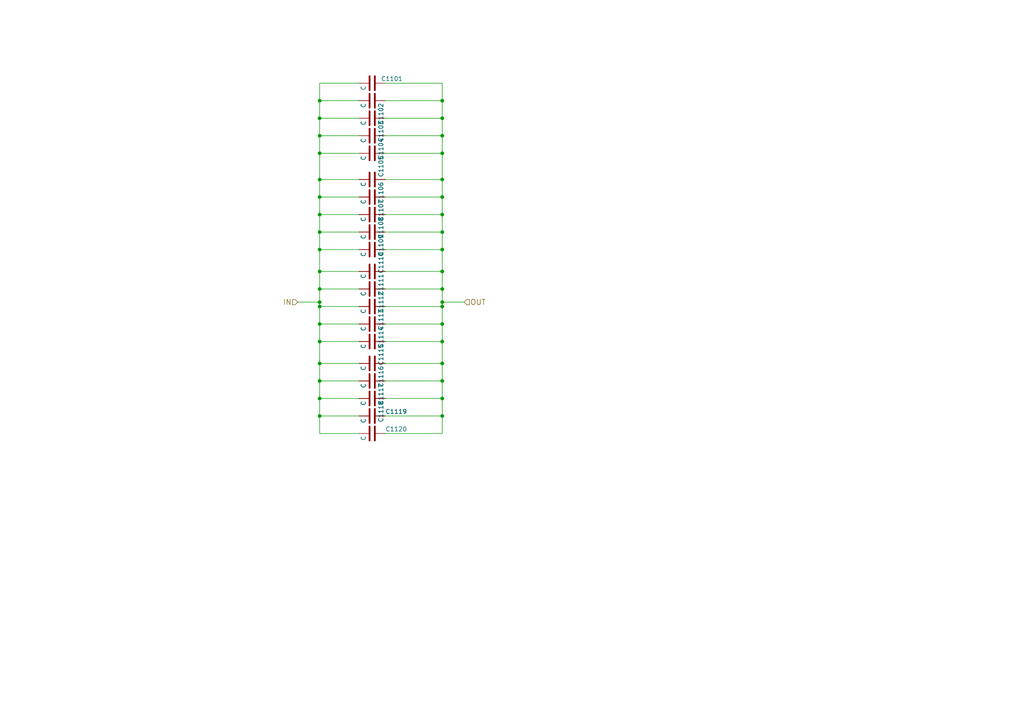
<source format=kicad_sch>
(kicad_sch (version 20250114) (generator "eeschema") (generator_version "9.0")
  (paper "A4")
  (lib_symbols
    (symbol "hoffmann_lna_v1-rescue:C" (pin_numbers (hide yes)) (pin_names (offset 0.254))
      (property "Reference" "C" (at 0.635 2.54 0))
      (property "Value" "C" (at 0.635 -2.54 0))
      (symbol "C_0_1"
        (polyline (pts (xy -2.032 0.762) (xy 2.032 0.762)) (stroke (width 0.508)))
        (polyline (pts (xy -2.032 -0.762) (xy 2.032 -0.762)) (stroke (width 0.508)))
      )
      (symbol "C_1_1"
        (pin passive line (at 0 3.81 270) (length 2.794) (name "~") (number "1"))
        (pin passive line (at 0 -3.81 90) (length 2.794) (name "~") (number "2"))
      )
    )
  )
  (junction (at 128.27 52.07))
  (junction (at 92.71 99.06))
  (junction (at 92.71 62.23))
  (junction (at 128.27 110.49))
  (junction (at 128.27 115.57))
  (junction (at 92.71 87.63))
  (junction (at 128.27 29.21))
  (junction (at 92.71 88.9))
  (junction (at 92.71 78.74))
  (junction (at 92.71 67.31))
  (junction (at 128.27 34.29))
  (junction (at 128.27 120.65))
  (junction (at 128.27 57.15))
  (junction (at 92.71 72.39))
  (junction (at 92.71 93.98))
  (junction (at 92.71 115.57))
  (junction (at 128.27 39.37))
  (junction (at 128.27 99.06))
  (junction (at 92.71 83.82))
  (junction (at 92.71 29.21))
  (junction (at 128.27 87.63))
  (junction (at 128.27 88.9))
  (junction (at 92.71 110.49))
  (junction (at 92.71 57.15))
  (junction (at 128.27 105.41))
  (junction (at 128.27 44.45))
  (junction (at 92.71 39.37))
  (junction (at 128.27 83.82))
  (junction (at 92.71 105.41))
  (junction (at 92.71 52.07))
  (junction (at 128.27 72.39))
  (junction (at 128.27 93.98))
  (junction (at 128.27 67.31))
  (junction (at 92.71 120.65))
  (junction (at 92.71 34.29))
  (junction (at 92.71 44.45))
  (junction (at 128.27 78.74))
  (junction (at 128.27 62.23))
  (wire (pts (xy 128.27 62.23) (xy 128.27 67.31)))
  (wire (pts (xy 111.76 62.23) (xy 128.27 62.23)))
  (wire (pts (xy 92.71 24.13) (xy 92.71 29.21)))
  (wire (pts (xy 111.76 57.15) (xy 128.27 57.15)))
  (wire (pts (xy 92.71 44.45) (xy 92.71 52.07)))
  (wire (pts (xy 104.14 34.29) (xy 92.71 34.29)))
  (wire (pts (xy 92.71 72.39) (xy 92.71 78.74)))
  (wire (pts (xy 92.71 110.49) (xy 92.71 115.57)))
  (wire (pts (xy 92.71 88.9) (xy 92.71 93.98)))
  (wire (pts (xy 111.76 39.37) (xy 128.27 39.37)))
  (wire (pts (xy 128.27 78.74) (xy 128.27 83.82)))
  (wire (pts (xy 128.27 39.37) (xy 128.27 44.45)))
  (wire (pts (xy 128.27 93.98) (xy 128.27 99.06)))
  (wire (pts (xy 128.27 44.45) (xy 128.27 52.07)))
  (wire (pts (xy 128.27 88.9) (xy 128.27 93.98)))
  (wire (pts (xy 104.14 120.65) (xy 92.71 120.65)))
  (wire (pts (xy 104.14 39.37) (xy 92.71 39.37)))
  (wire (pts (xy 104.14 67.31) (xy 92.71 67.31)))
  (wire (pts (xy 128.27 83.82) (xy 128.27 87.63)))
  (wire (pts (xy 104.14 115.57) (xy 92.71 115.57)))
  (wire (pts (xy 104.14 93.98) (xy 92.71 93.98)))
  (wire (pts (xy 104.14 105.41) (xy 92.71 105.41)))
  (wire (pts (xy 128.27 24.13) (xy 128.27 29.21)))
  (wire (pts (xy 128.27 125.73) (xy 111.76 125.73)))
  (wire (pts (xy 92.71 78.74) (xy 92.71 83.82)))
  (wire (pts (xy 104.14 78.74) (xy 92.71 78.74)))
  (wire (pts (xy 104.14 62.23) (xy 92.71 62.23)))
  (wire (pts (xy 92.71 87.63) (xy 92.71 88.9)))
  (wire (pts (xy 92.71 125.73) (xy 104.14 125.73)))
  (wire (pts (xy 104.14 52.07) (xy 92.71 52.07)))
  (wire (pts (xy 111.76 88.9) (xy 128.27 88.9)))
  (wire (pts (xy 111.76 67.31) (xy 128.27 67.31)))
  (wire (pts (xy 111.76 44.45) (xy 128.27 44.45)))
  (wire (pts (xy 111.76 52.07) (xy 128.27 52.07)))
  (wire (pts (xy 128.27 29.21) (xy 128.27 34.29)))
  (wire (pts (xy 111.76 115.57) (xy 128.27 115.57)))
  (wire (pts (xy 128.27 87.63) (xy 134.62 87.63)))
  (wire (pts (xy 128.27 34.29) (xy 128.27 39.37)))
  (wire (pts (xy 111.76 99.06) (xy 128.27 99.06)))
  (wire (pts (xy 111.76 24.13) (xy 128.27 24.13)))
  (wire (pts (xy 128.27 87.63) (xy 128.27 88.9)))
  (wire (pts (xy 128.27 115.57) (xy 128.27 120.65)))
  (wire (pts (xy 104.14 83.82) (xy 92.71 83.82)))
  (wire (pts (xy 111.76 29.21) (xy 128.27 29.21)))
  (wire (pts (xy 92.71 57.15) (xy 92.71 62.23)))
  (wire (pts (xy 104.14 57.15) (xy 92.71 57.15)))
  (wire (pts (xy 128.27 99.06) (xy 128.27 105.41)))
  (wire (pts (xy 92.71 62.23) (xy 92.71 67.31)))
  (wire (pts (xy 111.76 72.39) (xy 128.27 72.39)))
  (wire (pts (xy 128.27 57.15) (xy 128.27 62.23)))
  (wire (pts (xy 104.14 88.9) (xy 92.71 88.9)))
  (wire (pts (xy 92.71 29.21) (xy 92.71 34.29)))
  (wire (pts (xy 104.14 72.39) (xy 92.71 72.39)))
  (wire (pts (xy 104.14 110.49) (xy 92.71 110.49)))
  (wire (pts (xy 92.71 52.07) (xy 92.71 57.15)))
  (wire (pts (xy 104.14 99.06) (xy 92.71 99.06)))
  (wire (pts (xy 111.76 93.98) (xy 128.27 93.98)))
  (wire (pts (xy 111.76 120.65) (xy 128.27 120.65)))
  (wire (pts (xy 92.71 105.41) (xy 92.71 110.49)))
  (wire (pts (xy 111.76 105.41) (xy 128.27 105.41)))
  (wire (pts (xy 111.76 110.49) (xy 128.27 110.49)))
  (wire (pts (xy 128.27 72.39) (xy 128.27 78.74)))
  (wire (pts (xy 111.76 78.74) (xy 128.27 78.74)))
  (wire (pts (xy 92.71 67.31) (xy 92.71 72.39)))
  (wire (pts (xy 128.27 120.65) (xy 128.27 125.73)))
  (wire (pts (xy 92.71 120.65) (xy 92.71 125.73)))
  (wire (pts (xy 128.27 105.41) (xy 128.27 110.49)))
  (wire (pts (xy 104.14 44.45) (xy 92.71 44.45)))
  (wire (pts (xy 128.27 110.49) (xy 128.27 115.57)))
  (wire (pts (xy 92.71 39.37) (xy 92.71 44.45)))
  (wire (pts (xy 128.27 67.31) (xy 128.27 72.39)))
  (wire (pts (xy 128.27 52.07) (xy 128.27 57.15)))
  (wire (pts (xy 111.76 83.82) (xy 128.27 83.82)))
  (wire (pts (xy 92.71 83.82) (xy 92.71 87.63)))
  (wire (pts (xy 92.71 34.29) (xy 92.71 39.37)))
  (wire (pts (xy 92.71 93.98) (xy 92.71 99.06)))
  (wire (pts (xy 92.71 115.57) (xy 92.71 120.65)))
  (wire (pts (xy 104.14 29.21) (xy 92.71 29.21)))
  (wire (pts (xy 104.14 24.13) (xy 92.71 24.13)))
  (wire (pts (xy 92.71 99.06) (xy 92.71 105.41)))
  (wire (pts (xy 111.76 34.29) (xy 128.27 34.29)))
  (wire (pts (xy 92.71 87.63) (xy 86.36 87.63)))
  (hierarchical_label "OUT" (shape input) (at 134.62 87.63 0) (effects (font (size 1.524 1.524))))
  (hierarchical_label "IN" (shape input) (at 86.36 87.63 180) (effects (font (size 1.524 1.524))))
  (symbol (lib_id "hoffmann_lna_v1-rescue:C") (at 107.95 24.13 270) (unit 1)
    (property "Reference" "C1101" (at 110.49 22.86 90) (effects (justify left)))
    (property "Value" "C" (at 105.41 24.765 0) (effects (justify left)))
    (property "Footprint" "Capacitors_SMD:C_1210" (effects (hide yes)))
  )
  (symbol (lib_id "hoffmann_lna_v1-rescue:C") (at 107.95 29.21 270) (unit 1)
    (property "Reference" "C1102" (at 110.49 29.845 0) (effects (justify left)))
    (property "Value" "C" (at 105.41 29.845 0) (effects (justify left)))
    (property "Footprint" "Capacitors_SMD:C_1210" (effects (hide yes)))
  )
  (symbol (lib_id "hoffmann_lna_v1-rescue:C") (at 107.95 34.29 270) (unit 1)
    (property "Reference" "C1103" (at 110.49 34.925 0) (effects (justify left)))
    (property "Value" "C" (at 105.41 34.925 0) (effects (justify left)))
    (property "Footprint" "Capacitors_SMD:C_1210" (effects (hide yes)))
  )
  (symbol (lib_id "hoffmann_lna_v1-rescue:C") (at 107.95 39.37 270) (unit 1)
    (property "Reference" "C1104" (at 110.49 40.005 0) (effects (justify left)))
    (property "Value" "C" (at 105.41 40.005 0) (effects (justify left)))
    (property "Footprint" "Capacitors_SMD:C_1210" (effects (hide yes)))
  )
  (symbol (lib_id "hoffmann_lna_v1-rescue:C") (at 107.95 44.45 270) (unit 1)
    (property "Reference" "C1105" (at 110.49 45.085 0) (effects (justify left)))
    (property "Value" "C" (at 105.41 45.085 0) (effects (justify left)))
    (property "Footprint" "Capacitors_SMD:C_1210" (effects (hide yes)))
  )
  (symbol (lib_id "hoffmann_lna_v1-rescue:C") (at 107.95 52.07 270) (unit 1)
    (property "Reference" "C1106" (at 110.49 52.705 0) (effects (justify left)))
    (property "Value" "C" (at 105.41 52.705 0) (effects (justify left)))
    (property "Footprint" "Capacitors_SMD:C_1210" (effects (hide yes)))
  )
  (symbol (lib_id "hoffmann_lna_v1-rescue:C") (at 107.95 57.15 270) (unit 1)
    (property "Reference" "C1107" (at 110.49 57.785 0) (effects (justify left)))
    (property "Value" "C" (at 105.41 57.785 0) (effects (justify left)))
    (property "Footprint" "Capacitors_SMD:C_1210" (effects (hide yes)))
  )
  (symbol (lib_id "hoffmann_lna_v1-rescue:C") (at 107.95 62.23 270) (unit 1)
    (property "Reference" "C1108" (at 110.49 62.865 0) (effects (justify left)))
    (property "Value" "C" (at 105.41 62.865 0) (effects (justify left)))
    (property "Footprint" "Capacitors_SMD:C_1210" (effects (hide yes)))
  )
  (symbol (lib_id "hoffmann_lna_v1-rescue:C") (at 107.95 67.31 270) (unit 1)
    (property "Reference" "C1109" (at 110.49 67.945 0) (effects (justify left)))
    (property "Value" "C" (at 105.41 67.945 0) (effects (justify left)))
    (property "Footprint" "Capacitors_SMD:C_1210" (effects (hide yes)))
  )
  (symbol (lib_id "hoffmann_lna_v1-rescue:C") (at 107.95 72.39 270) (unit 1)
    (property "Reference" "C1110" (at 110.49 73.025 0) (effects (justify left)))
    (property "Value" "C" (at 105.41 73.025 0) (effects (justify left)))
    (property "Footprint" "Capacitors_SMD:C_1210" (effects (hide yes)))
  )
  (symbol (lib_id "hoffmann_lna_v1-rescue:C") (at 107.95 78.74 270) (unit 1)
    (property "Reference" "C1111" (at 110.49 79.375 0) (effects (justify left)))
    (property "Value" "C" (at 105.41 79.375 0) (effects (justify left)))
    (property "Footprint" "Capacitors_SMD:C_1210" (effects (hide yes)))
  )
  (symbol (lib_id "hoffmann_lna_v1-rescue:C") (at 107.95 83.82 270) (unit 1)
    (property "Reference" "C1112" (at 110.49 84.455 0) (effects (justify left)))
    (property "Value" "C" (at 105.41 84.455 0) (effects (justify left)))
    (property "Footprint" "Capacitors_SMD:C_1210" (effects (hide yes)))
  )
  (symbol (lib_id "hoffmann_lna_v1-rescue:C") (at 107.95 88.9 270) (unit 1)
    (property "Reference" "C1113" (at 110.49 89.535 0) (effects (justify left)))
    (property "Value" "C" (at 105.41 89.535 0) (effects (justify left)))
    (property "Footprint" "Capacitors_SMD:C_1210" (effects (hide yes)))
  )
  (symbol (lib_id "hoffmann_lna_v1-rescue:C") (at 107.95 93.98 270) (unit 1)
    (property "Reference" "C1114" (at 110.49 94.615 0) (effects (justify left)))
    (property "Value" "C" (at 105.41 94.615 0) (effects (justify left)))
    (property "Footprint" "Capacitors_SMD:C_1210" (effects (hide yes)))
  )
  (symbol (lib_id "hoffmann_lna_v1-rescue:C") (at 107.95 99.06 270) (unit 1)
    (property "Reference" "C1115" (at 110.49 99.695 0) (effects (justify left)))
    (property "Value" "C" (at 105.41 99.695 0) (effects (justify left)))
    (property "Footprint" "Capacitors_SMD:C_1210" (effects (hide yes)))
  )
  (symbol (lib_id "hoffmann_lna_v1-rescue:C") (at 107.95 105.41 270) (unit 1)
    (property "Reference" "C1116" (at 110.49 106.045 0) (effects (justify left)))
    (property "Value" "C" (at 105.41 106.045 0) (effects (justify left)))
    (property "Footprint" "Capacitors_SMD:C_1210" (effects (hide yes)))
  )
  (symbol (lib_id "hoffmann_lna_v1-rescue:C") (at 107.95 110.49 270) (unit 1)
    (property "Reference" "C1117" (at 110.49 111.125 0) (effects (justify left)))
    (property "Value" "C" (at 105.41 111.125 0) (effects (justify left)))
    (property "Footprint" "Capacitors_SMD:C_1210" (effects (hide yes)))
  )
  (symbol (lib_id "hoffmann_lna_v1-rescue:C") (at 107.95 115.57 270) (unit 1)
    (property "Reference" "C1118" (at 110.49 116.205 0) (effects (justify left)))
    (property "Value" "C" (at 105.41 116.205 0) (effects (justify left)))
    (property "Footprint" "Capacitors_SMD:C_1210" (effects (hide yes)))
  )
  (symbol (lib_id "hoffmann_lna_v1-rescue:C") (at 107.95 120.65 270) (unit 1)
    (property "Reference" "C1119" (at 111.76 119.38 90) (effects (justify left)))
    (property "Value" "C" (at 105.41 121.285 0) (effects (justify left)))
    (property "Footprint" "Capacitors_SMD:C_1210" (effects (hide yes)))
  )
  (symbol (lib_id "hoffmann_lna_v1-rescue:C") (at 107.95 125.73 270) (unit 1)
    (property "Reference" "C1120" (at 111.76 124.46 90) (effects (justify left)))
    (property "Value" "C" (at 105.41 126.365 0) (effects (justify left)))
    (property "Footprint" "Capacitors_SMD:C_1210" (effects (hide yes)))
  )
)
</source>
